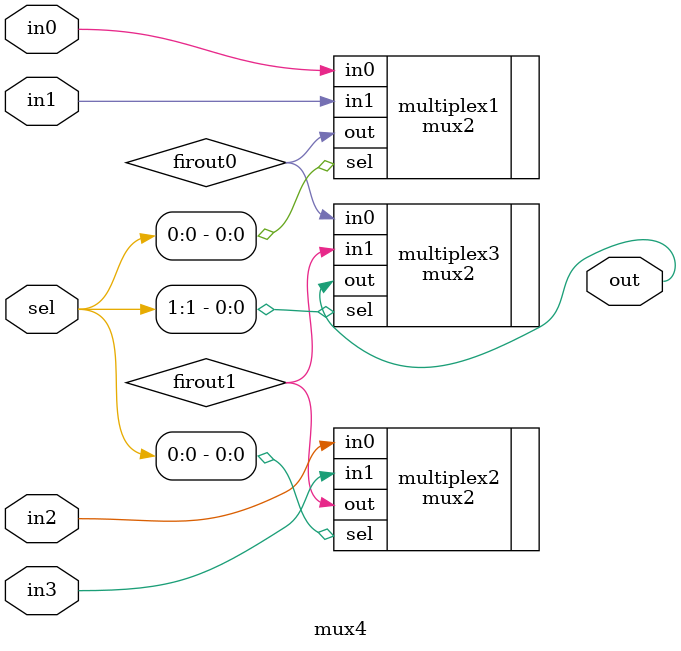
<source format=v>
module mux4(input wire in0,
				input wire in1,
				input wire in2,
				input wire in3,
				input wire [1:0] sel,
				output wire out
				);
wire firout0;
wire firout1;
mux2 multiplex1 (	.in0(in0),
						.in1(in1),
						.sel(sel[0]),
						.out(firout0)
						);
mux2 multiplex2 (	.in0(in2),
						.in1(in3),
						.sel(sel[0]),
						.out(firout1)
						);
mux2 multiplex3 (.in0(firout0),
						.in1(firout1),
						.sel(sel[1]),
						.out(out)
						);
endmodule 
</source>
